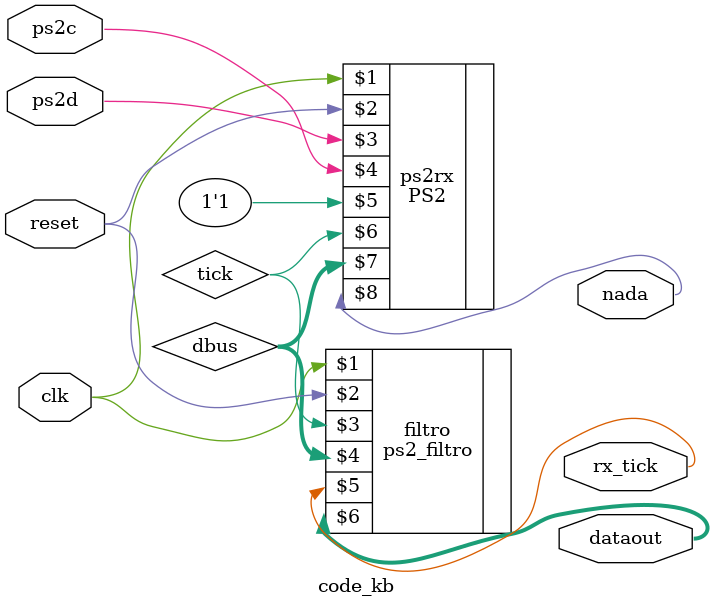
<source format=v>
`timescale 1ns / 1ps

module code_kb(
	input wire clk, reset, ps2d, ps2c,
	output wire [7:0] dataout,
	output wire nada,
	output wire rx_tick
    );
	 
wire [7:0] dbus;
wire tick;

PS2 ps2rx(clk,reset,ps2d,ps2c,1'b1,tick,dbus,nada);
ps2_filtro filtro(clk,reset,tick,dbus,rx_tick,dataout);

endmodule

</source>
